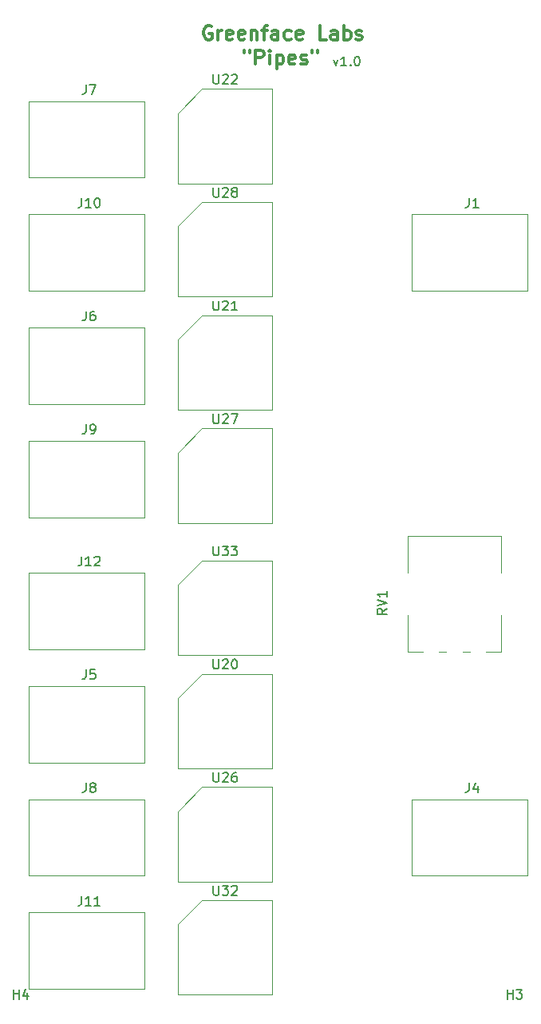
<source format=gbr>
%TF.GenerationSoftware,KiCad,Pcbnew,(6.0.1)*%
%TF.CreationDate,2023-02-18T22:08:36-08:00*%
%TF.ProjectId,pipes,70697065-732e-46b6-9963-61645f706362,rev?*%
%TF.SameCoordinates,Original*%
%TF.FileFunction,Legend,Top*%
%TF.FilePolarity,Positive*%
%FSLAX46Y46*%
G04 Gerber Fmt 4.6, Leading zero omitted, Abs format (unit mm)*
G04 Created by KiCad (PCBNEW (6.0.1)) date 2023-02-18 22:08:36*
%MOMM*%
%LPD*%
G01*
G04 APERTURE LIST*
%ADD10C,0.150000*%
%ADD11C,0.300000*%
%ADD12C,0.120000*%
G04 APERTURE END LIST*
D10*
X77171428Y-44385714D02*
X77409523Y-45052380D01*
X77647619Y-44385714D01*
X78552380Y-45052380D02*
X77980952Y-45052380D01*
X78266666Y-45052380D02*
X78266666Y-44052380D01*
X78171428Y-44195238D01*
X78076190Y-44290476D01*
X77980952Y-44338095D01*
X78980952Y-44957142D02*
X79028571Y-45004761D01*
X78980952Y-45052380D01*
X78933333Y-45004761D01*
X78980952Y-44957142D01*
X78980952Y-45052380D01*
X79647619Y-44052380D02*
X79742857Y-44052380D01*
X79838095Y-44100000D01*
X79885714Y-44147619D01*
X79933333Y-44242857D01*
X79980952Y-44433333D01*
X79980952Y-44671428D01*
X79933333Y-44861904D01*
X79885714Y-44957142D01*
X79838095Y-45004761D01*
X79742857Y-45052380D01*
X79647619Y-45052380D01*
X79552380Y-45004761D01*
X79504761Y-44957142D01*
X79457142Y-44861904D01*
X79409523Y-44671428D01*
X79409523Y-44433333D01*
X79457142Y-44242857D01*
X79504761Y-44147619D01*
X79552380Y-44100000D01*
X79647619Y-44052380D01*
D11*
X64228571Y-40850000D02*
X64085714Y-40778571D01*
X63871428Y-40778571D01*
X63657142Y-40850000D01*
X63514285Y-40992857D01*
X63442857Y-41135714D01*
X63371428Y-41421428D01*
X63371428Y-41635714D01*
X63442857Y-41921428D01*
X63514285Y-42064285D01*
X63657142Y-42207142D01*
X63871428Y-42278571D01*
X64014285Y-42278571D01*
X64228571Y-42207142D01*
X64300000Y-42135714D01*
X64300000Y-41635714D01*
X64014285Y-41635714D01*
X64942857Y-42278571D02*
X64942857Y-41278571D01*
X64942857Y-41564285D02*
X65014285Y-41421428D01*
X65085714Y-41350000D01*
X65228571Y-41278571D01*
X65371428Y-41278571D01*
X66442857Y-42207142D02*
X66300000Y-42278571D01*
X66014285Y-42278571D01*
X65871428Y-42207142D01*
X65800000Y-42064285D01*
X65800000Y-41492857D01*
X65871428Y-41350000D01*
X66014285Y-41278571D01*
X66300000Y-41278571D01*
X66442857Y-41350000D01*
X66514285Y-41492857D01*
X66514285Y-41635714D01*
X65800000Y-41778571D01*
X67728571Y-42207142D02*
X67585714Y-42278571D01*
X67300000Y-42278571D01*
X67157142Y-42207142D01*
X67085714Y-42064285D01*
X67085714Y-41492857D01*
X67157142Y-41350000D01*
X67300000Y-41278571D01*
X67585714Y-41278571D01*
X67728571Y-41350000D01*
X67800000Y-41492857D01*
X67800000Y-41635714D01*
X67085714Y-41778571D01*
X68442857Y-41278571D02*
X68442857Y-42278571D01*
X68442857Y-41421428D02*
X68514285Y-41350000D01*
X68657142Y-41278571D01*
X68871428Y-41278571D01*
X69014285Y-41350000D01*
X69085714Y-41492857D01*
X69085714Y-42278571D01*
X69585714Y-41278571D02*
X70157142Y-41278571D01*
X69800000Y-42278571D02*
X69800000Y-40992857D01*
X69871428Y-40850000D01*
X70014285Y-40778571D01*
X70157142Y-40778571D01*
X71300000Y-42278571D02*
X71300000Y-41492857D01*
X71228571Y-41350000D01*
X71085714Y-41278571D01*
X70800000Y-41278571D01*
X70657142Y-41350000D01*
X71300000Y-42207142D02*
X71157142Y-42278571D01*
X70800000Y-42278571D01*
X70657142Y-42207142D01*
X70585714Y-42064285D01*
X70585714Y-41921428D01*
X70657142Y-41778571D01*
X70800000Y-41707142D01*
X71157142Y-41707142D01*
X71300000Y-41635714D01*
X72657142Y-42207142D02*
X72514285Y-42278571D01*
X72228571Y-42278571D01*
X72085714Y-42207142D01*
X72014285Y-42135714D01*
X71942857Y-41992857D01*
X71942857Y-41564285D01*
X72014285Y-41421428D01*
X72085714Y-41350000D01*
X72228571Y-41278571D01*
X72514285Y-41278571D01*
X72657142Y-41350000D01*
X73871428Y-42207142D02*
X73728571Y-42278571D01*
X73442857Y-42278571D01*
X73300000Y-42207142D01*
X73228571Y-42064285D01*
X73228571Y-41492857D01*
X73300000Y-41350000D01*
X73442857Y-41278571D01*
X73728571Y-41278571D01*
X73871428Y-41350000D01*
X73942857Y-41492857D01*
X73942857Y-41635714D01*
X73228571Y-41778571D01*
X76442857Y-42278571D02*
X75728571Y-42278571D01*
X75728571Y-40778571D01*
X77585714Y-42278571D02*
X77585714Y-41492857D01*
X77514285Y-41350000D01*
X77371428Y-41278571D01*
X77085714Y-41278571D01*
X76942857Y-41350000D01*
X77585714Y-42207142D02*
X77442857Y-42278571D01*
X77085714Y-42278571D01*
X76942857Y-42207142D01*
X76871428Y-42064285D01*
X76871428Y-41921428D01*
X76942857Y-41778571D01*
X77085714Y-41707142D01*
X77442857Y-41707142D01*
X77585714Y-41635714D01*
X78300000Y-42278571D02*
X78300000Y-40778571D01*
X78300000Y-41350000D02*
X78442857Y-41278571D01*
X78728571Y-41278571D01*
X78871428Y-41350000D01*
X78942857Y-41421428D01*
X79014285Y-41564285D01*
X79014285Y-41992857D01*
X78942857Y-42135714D01*
X78871428Y-42207142D01*
X78728571Y-42278571D01*
X78442857Y-42278571D01*
X78300000Y-42207142D01*
X79585714Y-42207142D02*
X79728571Y-42278571D01*
X80014285Y-42278571D01*
X80157142Y-42207142D01*
X80228571Y-42064285D01*
X80228571Y-41992857D01*
X80157142Y-41850000D01*
X80014285Y-41778571D01*
X79800000Y-41778571D01*
X79657142Y-41707142D01*
X79585714Y-41564285D01*
X79585714Y-41492857D01*
X79657142Y-41350000D01*
X79800000Y-41278571D01*
X80014285Y-41278571D01*
X80157142Y-41350000D01*
X67707142Y-43378571D02*
X67707142Y-43664285D01*
X68278571Y-43378571D02*
X68278571Y-43664285D01*
X68921428Y-44878571D02*
X68921428Y-43378571D01*
X69492857Y-43378571D01*
X69635714Y-43450000D01*
X69707142Y-43521428D01*
X69778571Y-43664285D01*
X69778571Y-43878571D01*
X69707142Y-44021428D01*
X69635714Y-44092857D01*
X69492857Y-44164285D01*
X68921428Y-44164285D01*
X70421428Y-44878571D02*
X70421428Y-43878571D01*
X70421428Y-43378571D02*
X70350000Y-43450000D01*
X70421428Y-43521428D01*
X70492857Y-43450000D01*
X70421428Y-43378571D01*
X70421428Y-43521428D01*
X71135714Y-43878571D02*
X71135714Y-45378571D01*
X71135714Y-43950000D02*
X71278571Y-43878571D01*
X71564285Y-43878571D01*
X71707142Y-43950000D01*
X71778571Y-44021428D01*
X71850000Y-44164285D01*
X71850000Y-44592857D01*
X71778571Y-44735714D01*
X71707142Y-44807142D01*
X71564285Y-44878571D01*
X71278571Y-44878571D01*
X71135714Y-44807142D01*
X73064285Y-44807142D02*
X72921428Y-44878571D01*
X72635714Y-44878571D01*
X72492857Y-44807142D01*
X72421428Y-44664285D01*
X72421428Y-44092857D01*
X72492857Y-43950000D01*
X72635714Y-43878571D01*
X72921428Y-43878571D01*
X73064285Y-43950000D01*
X73135714Y-44092857D01*
X73135714Y-44235714D01*
X72421428Y-44378571D01*
X73707142Y-44807142D02*
X73850000Y-44878571D01*
X74135714Y-44878571D01*
X74278571Y-44807142D01*
X74350000Y-44664285D01*
X74350000Y-44592857D01*
X74278571Y-44450000D01*
X74135714Y-44378571D01*
X73921428Y-44378571D01*
X73778571Y-44307142D01*
X73707142Y-44164285D01*
X73707142Y-44092857D01*
X73778571Y-43950000D01*
X73921428Y-43878571D01*
X74135714Y-43878571D01*
X74278571Y-43950000D01*
X74921428Y-43378571D02*
X74921428Y-43664285D01*
X75492857Y-43378571D02*
X75492857Y-43664285D01*
D10*
%TO.C,U26*%
X64431904Y-119952380D02*
X64431904Y-120761904D01*
X64479523Y-120857142D01*
X64527142Y-120904761D01*
X64622380Y-120952380D01*
X64812857Y-120952380D01*
X64908095Y-120904761D01*
X64955714Y-120857142D01*
X65003333Y-120761904D01*
X65003333Y-119952380D01*
X65431904Y-120047619D02*
X65479523Y-120000000D01*
X65574761Y-119952380D01*
X65812857Y-119952380D01*
X65908095Y-120000000D01*
X65955714Y-120047619D01*
X66003333Y-120142857D01*
X66003333Y-120238095D01*
X65955714Y-120380952D01*
X65384285Y-120952380D01*
X66003333Y-120952380D01*
X66860476Y-119952380D02*
X66670000Y-119952380D01*
X66574761Y-120000000D01*
X66527142Y-120047619D01*
X66431904Y-120190476D01*
X66384285Y-120380952D01*
X66384285Y-120761904D01*
X66431904Y-120857142D01*
X66479523Y-120904761D01*
X66574761Y-120952380D01*
X66765238Y-120952380D01*
X66860476Y-120904761D01*
X66908095Y-120857142D01*
X66955714Y-120761904D01*
X66955714Y-120523809D01*
X66908095Y-120428571D01*
X66860476Y-120380952D01*
X66765238Y-120333333D01*
X66574761Y-120333333D01*
X66479523Y-120380952D01*
X66431904Y-120428571D01*
X66384285Y-120523809D01*
%TO.C,U27*%
X64431904Y-81952380D02*
X64431904Y-82761904D01*
X64479523Y-82857142D01*
X64527142Y-82904761D01*
X64622380Y-82952380D01*
X64812857Y-82952380D01*
X64908095Y-82904761D01*
X64955714Y-82857142D01*
X65003333Y-82761904D01*
X65003333Y-81952380D01*
X65431904Y-82047619D02*
X65479523Y-82000000D01*
X65574761Y-81952380D01*
X65812857Y-81952380D01*
X65908095Y-82000000D01*
X65955714Y-82047619D01*
X66003333Y-82142857D01*
X66003333Y-82238095D01*
X65955714Y-82380952D01*
X65384285Y-82952380D01*
X66003333Y-82952380D01*
X66336666Y-81952380D02*
X67003333Y-81952380D01*
X66574761Y-82952380D01*
%TO.C,U21*%
X64431904Y-69952380D02*
X64431904Y-70761904D01*
X64479523Y-70857142D01*
X64527142Y-70904761D01*
X64622380Y-70952380D01*
X64812857Y-70952380D01*
X64908095Y-70904761D01*
X64955714Y-70857142D01*
X65003333Y-70761904D01*
X65003333Y-69952380D01*
X65431904Y-70047619D02*
X65479523Y-70000000D01*
X65574761Y-69952380D01*
X65812857Y-69952380D01*
X65908095Y-70000000D01*
X65955714Y-70047619D01*
X66003333Y-70142857D01*
X66003333Y-70238095D01*
X65955714Y-70380952D01*
X65384285Y-70952380D01*
X66003333Y-70952380D01*
X66955714Y-70952380D02*
X66384285Y-70952380D01*
X66670000Y-70952380D02*
X66670000Y-69952380D01*
X66574761Y-70095238D01*
X66479523Y-70190476D01*
X66384285Y-70238095D01*
%TO.C,U22*%
X64431904Y-45952380D02*
X64431904Y-46761904D01*
X64479523Y-46857142D01*
X64527142Y-46904761D01*
X64622380Y-46952380D01*
X64812857Y-46952380D01*
X64908095Y-46904761D01*
X64955714Y-46857142D01*
X65003333Y-46761904D01*
X65003333Y-45952380D01*
X65431904Y-46047619D02*
X65479523Y-46000000D01*
X65574761Y-45952380D01*
X65812857Y-45952380D01*
X65908095Y-46000000D01*
X65955714Y-46047619D01*
X66003333Y-46142857D01*
X66003333Y-46238095D01*
X65955714Y-46380952D01*
X65384285Y-46952380D01*
X66003333Y-46952380D01*
X66384285Y-46047619D02*
X66431904Y-46000000D01*
X66527142Y-45952380D01*
X66765238Y-45952380D01*
X66860476Y-46000000D01*
X66908095Y-46047619D01*
X66955714Y-46142857D01*
X66955714Y-46238095D01*
X66908095Y-46380952D01*
X66336666Y-46952380D01*
X66955714Y-46952380D01*
%TO.C,RV1*%
X82822380Y-102575238D02*
X82346190Y-102908571D01*
X82822380Y-103146666D02*
X81822380Y-103146666D01*
X81822380Y-102765714D01*
X81870000Y-102670476D01*
X81917619Y-102622857D01*
X82012857Y-102575238D01*
X82155714Y-102575238D01*
X82250952Y-102622857D01*
X82298571Y-102670476D01*
X82346190Y-102765714D01*
X82346190Y-103146666D01*
X81822380Y-102289523D02*
X82822380Y-101956190D01*
X81822380Y-101622857D01*
X82822380Y-100765714D02*
X82822380Y-101337142D01*
X82822380Y-101051428D02*
X81822380Y-101051428D01*
X81965238Y-101146666D01*
X82060476Y-101241904D01*
X82108095Y-101337142D01*
%TO.C,U20*%
X64431904Y-107952380D02*
X64431904Y-108761904D01*
X64479523Y-108857142D01*
X64527142Y-108904761D01*
X64622380Y-108952380D01*
X64812857Y-108952380D01*
X64908095Y-108904761D01*
X64955714Y-108857142D01*
X65003333Y-108761904D01*
X65003333Y-107952380D01*
X65431904Y-108047619D02*
X65479523Y-108000000D01*
X65574761Y-107952380D01*
X65812857Y-107952380D01*
X65908095Y-108000000D01*
X65955714Y-108047619D01*
X66003333Y-108142857D01*
X66003333Y-108238095D01*
X65955714Y-108380952D01*
X65384285Y-108952380D01*
X66003333Y-108952380D01*
X66622380Y-107952380D02*
X66717619Y-107952380D01*
X66812857Y-108000000D01*
X66860476Y-108047619D01*
X66908095Y-108142857D01*
X66955714Y-108333333D01*
X66955714Y-108571428D01*
X66908095Y-108761904D01*
X66860476Y-108857142D01*
X66812857Y-108904761D01*
X66717619Y-108952380D01*
X66622380Y-108952380D01*
X66527142Y-108904761D01*
X66479523Y-108857142D01*
X66431904Y-108761904D01*
X66384285Y-108571428D01*
X66384285Y-108333333D01*
X66431904Y-108142857D01*
X66479523Y-108047619D01*
X66527142Y-108000000D01*
X66622380Y-107952380D01*
%TO.C,J9*%
X50916666Y-83052380D02*
X50916666Y-83766666D01*
X50869047Y-83909523D01*
X50773809Y-84004761D01*
X50630952Y-84052380D01*
X50535714Y-84052380D01*
X51440476Y-84052380D02*
X51630952Y-84052380D01*
X51726190Y-84004761D01*
X51773809Y-83957142D01*
X51869047Y-83814285D01*
X51916666Y-83623809D01*
X51916666Y-83242857D01*
X51869047Y-83147619D01*
X51821428Y-83100000D01*
X51726190Y-83052380D01*
X51535714Y-83052380D01*
X51440476Y-83100000D01*
X51392857Y-83147619D01*
X51345238Y-83242857D01*
X51345238Y-83480952D01*
X51392857Y-83576190D01*
X51440476Y-83623809D01*
X51535714Y-83671428D01*
X51726190Y-83671428D01*
X51821428Y-83623809D01*
X51869047Y-83576190D01*
X51916666Y-83480952D01*
%TO.C,U28*%
X64431904Y-57952380D02*
X64431904Y-58761904D01*
X64479523Y-58857142D01*
X64527142Y-58904761D01*
X64622380Y-58952380D01*
X64812857Y-58952380D01*
X64908095Y-58904761D01*
X64955714Y-58857142D01*
X65003333Y-58761904D01*
X65003333Y-57952380D01*
X65431904Y-58047619D02*
X65479523Y-58000000D01*
X65574761Y-57952380D01*
X65812857Y-57952380D01*
X65908095Y-58000000D01*
X65955714Y-58047619D01*
X66003333Y-58142857D01*
X66003333Y-58238095D01*
X65955714Y-58380952D01*
X65384285Y-58952380D01*
X66003333Y-58952380D01*
X66574761Y-58380952D02*
X66479523Y-58333333D01*
X66431904Y-58285714D01*
X66384285Y-58190476D01*
X66384285Y-58142857D01*
X66431904Y-58047619D01*
X66479523Y-58000000D01*
X66574761Y-57952380D01*
X66765238Y-57952380D01*
X66860476Y-58000000D01*
X66908095Y-58047619D01*
X66955714Y-58142857D01*
X66955714Y-58190476D01*
X66908095Y-58285714D01*
X66860476Y-58333333D01*
X66765238Y-58380952D01*
X66574761Y-58380952D01*
X66479523Y-58428571D01*
X66431904Y-58476190D01*
X66384285Y-58571428D01*
X66384285Y-58761904D01*
X66431904Y-58857142D01*
X66479523Y-58904761D01*
X66574761Y-58952380D01*
X66765238Y-58952380D01*
X66860476Y-58904761D01*
X66908095Y-58857142D01*
X66955714Y-58761904D01*
X66955714Y-58571428D01*
X66908095Y-58476190D01*
X66860476Y-58428571D01*
X66765238Y-58380952D01*
%TO.C,U33*%
X64431904Y-95952380D02*
X64431904Y-96761904D01*
X64479523Y-96857142D01*
X64527142Y-96904761D01*
X64622380Y-96952380D01*
X64812857Y-96952380D01*
X64908095Y-96904761D01*
X64955714Y-96857142D01*
X65003333Y-96761904D01*
X65003333Y-95952380D01*
X65384285Y-95952380D02*
X66003333Y-95952380D01*
X65670000Y-96333333D01*
X65812857Y-96333333D01*
X65908095Y-96380952D01*
X65955714Y-96428571D01*
X66003333Y-96523809D01*
X66003333Y-96761904D01*
X65955714Y-96857142D01*
X65908095Y-96904761D01*
X65812857Y-96952380D01*
X65527142Y-96952380D01*
X65431904Y-96904761D01*
X65384285Y-96857142D01*
X66336666Y-95952380D02*
X66955714Y-95952380D01*
X66622380Y-96333333D01*
X66765238Y-96333333D01*
X66860476Y-96380952D01*
X66908095Y-96428571D01*
X66955714Y-96523809D01*
X66955714Y-96761904D01*
X66908095Y-96857142D01*
X66860476Y-96904761D01*
X66765238Y-96952380D01*
X66479523Y-96952380D01*
X66384285Y-96904761D01*
X66336666Y-96857142D01*
%TO.C,H3*%
X95638095Y-143952380D02*
X95638095Y-142952380D01*
X95638095Y-143428571D02*
X96209523Y-143428571D01*
X96209523Y-143952380D02*
X96209523Y-142952380D01*
X96590476Y-142952380D02*
X97209523Y-142952380D01*
X96876190Y-143333333D01*
X97019047Y-143333333D01*
X97114285Y-143380952D01*
X97161904Y-143428571D01*
X97209523Y-143523809D01*
X97209523Y-143761904D01*
X97161904Y-143857142D01*
X97114285Y-143904761D01*
X97019047Y-143952380D01*
X96733333Y-143952380D01*
X96638095Y-143904761D01*
X96590476Y-143857142D01*
%TO.C,U32*%
X64431904Y-131952380D02*
X64431904Y-132761904D01*
X64479523Y-132857142D01*
X64527142Y-132904761D01*
X64622380Y-132952380D01*
X64812857Y-132952380D01*
X64908095Y-132904761D01*
X64955714Y-132857142D01*
X65003333Y-132761904D01*
X65003333Y-131952380D01*
X65384285Y-131952380D02*
X66003333Y-131952380D01*
X65670000Y-132333333D01*
X65812857Y-132333333D01*
X65908095Y-132380952D01*
X65955714Y-132428571D01*
X66003333Y-132523809D01*
X66003333Y-132761904D01*
X65955714Y-132857142D01*
X65908095Y-132904761D01*
X65812857Y-132952380D01*
X65527142Y-132952380D01*
X65431904Y-132904761D01*
X65384285Y-132857142D01*
X66384285Y-132047619D02*
X66431904Y-132000000D01*
X66527142Y-131952380D01*
X66765238Y-131952380D01*
X66860476Y-132000000D01*
X66908095Y-132047619D01*
X66955714Y-132142857D01*
X66955714Y-132238095D01*
X66908095Y-132380952D01*
X66336666Y-132952380D01*
X66955714Y-132952380D01*
%TO.C,J7*%
X50916666Y-47052380D02*
X50916666Y-47766666D01*
X50869047Y-47909523D01*
X50773809Y-48004761D01*
X50630952Y-48052380D01*
X50535714Y-48052380D01*
X51297619Y-47052380D02*
X51964285Y-47052380D01*
X51535714Y-48052380D01*
%TO.C,H4*%
X43238095Y-143952380D02*
X43238095Y-142952380D01*
X43238095Y-143428571D02*
X43809523Y-143428571D01*
X43809523Y-143952380D02*
X43809523Y-142952380D01*
X44714285Y-143285714D02*
X44714285Y-143952380D01*
X44476190Y-142904761D02*
X44238095Y-143619047D01*
X44857142Y-143619047D01*
%TO.C,J12*%
X50440476Y-97052380D02*
X50440476Y-97766666D01*
X50392857Y-97909523D01*
X50297619Y-98004761D01*
X50154761Y-98052380D01*
X50059523Y-98052380D01*
X51440476Y-98052380D02*
X50869047Y-98052380D01*
X51154761Y-98052380D02*
X51154761Y-97052380D01*
X51059523Y-97195238D01*
X50964285Y-97290476D01*
X50869047Y-97338095D01*
X51821428Y-97147619D02*
X51869047Y-97100000D01*
X51964285Y-97052380D01*
X52202380Y-97052380D01*
X52297619Y-97100000D01*
X52345238Y-97147619D01*
X52392857Y-97242857D01*
X52392857Y-97338095D01*
X52345238Y-97480952D01*
X51773809Y-98052380D01*
X52392857Y-98052380D01*
%TO.C,J5*%
X50916666Y-109052380D02*
X50916666Y-109766666D01*
X50869047Y-109909523D01*
X50773809Y-110004761D01*
X50630952Y-110052380D01*
X50535714Y-110052380D01*
X51869047Y-109052380D02*
X51392857Y-109052380D01*
X51345238Y-109528571D01*
X51392857Y-109480952D01*
X51488095Y-109433333D01*
X51726190Y-109433333D01*
X51821428Y-109480952D01*
X51869047Y-109528571D01*
X51916666Y-109623809D01*
X51916666Y-109861904D01*
X51869047Y-109957142D01*
X51821428Y-110004761D01*
X51726190Y-110052380D01*
X51488095Y-110052380D01*
X51392857Y-110004761D01*
X51345238Y-109957142D01*
%TO.C,J10*%
X50440476Y-59052380D02*
X50440476Y-59766666D01*
X50392857Y-59909523D01*
X50297619Y-60004761D01*
X50154761Y-60052380D01*
X50059523Y-60052380D01*
X51440476Y-60052380D02*
X50869047Y-60052380D01*
X51154761Y-60052380D02*
X51154761Y-59052380D01*
X51059523Y-59195238D01*
X50964285Y-59290476D01*
X50869047Y-59338095D01*
X52059523Y-59052380D02*
X52154761Y-59052380D01*
X52250000Y-59100000D01*
X52297619Y-59147619D01*
X52345238Y-59242857D01*
X52392857Y-59433333D01*
X52392857Y-59671428D01*
X52345238Y-59861904D01*
X52297619Y-59957142D01*
X52250000Y-60004761D01*
X52154761Y-60052380D01*
X52059523Y-60052380D01*
X51964285Y-60004761D01*
X51916666Y-59957142D01*
X51869047Y-59861904D01*
X51821428Y-59671428D01*
X51821428Y-59433333D01*
X51869047Y-59242857D01*
X51916666Y-59147619D01*
X51964285Y-59100000D01*
X52059523Y-59052380D01*
%TO.C,J4*%
X91566666Y-121052380D02*
X91566666Y-121766666D01*
X91519047Y-121909523D01*
X91423809Y-122004761D01*
X91280952Y-122052380D01*
X91185714Y-122052380D01*
X92471428Y-121385714D02*
X92471428Y-122052380D01*
X92233333Y-121004761D02*
X91995238Y-121719047D01*
X92614285Y-121719047D01*
%TO.C,J11*%
X50440476Y-133052380D02*
X50440476Y-133766666D01*
X50392857Y-133909523D01*
X50297619Y-134004761D01*
X50154761Y-134052380D01*
X50059523Y-134052380D01*
X51440476Y-134052380D02*
X50869047Y-134052380D01*
X51154761Y-134052380D02*
X51154761Y-133052380D01*
X51059523Y-133195238D01*
X50964285Y-133290476D01*
X50869047Y-133338095D01*
X52392857Y-134052380D02*
X51821428Y-134052380D01*
X52107142Y-134052380D02*
X52107142Y-133052380D01*
X52011904Y-133195238D01*
X51916666Y-133290476D01*
X51821428Y-133338095D01*
%TO.C,J1*%
X91566666Y-59052380D02*
X91566666Y-59766666D01*
X91519047Y-59909523D01*
X91423809Y-60004761D01*
X91280952Y-60052380D01*
X91185714Y-60052380D01*
X92566666Y-60052380D02*
X91995238Y-60052380D01*
X92280952Y-60052380D02*
X92280952Y-59052380D01*
X92185714Y-59195238D01*
X92090476Y-59290476D01*
X91995238Y-59338095D01*
%TO.C,J8*%
X50916666Y-121052380D02*
X50916666Y-121766666D01*
X50869047Y-121909523D01*
X50773809Y-122004761D01*
X50630952Y-122052380D01*
X50535714Y-122052380D01*
X51535714Y-121480952D02*
X51440476Y-121433333D01*
X51392857Y-121385714D01*
X51345238Y-121290476D01*
X51345238Y-121242857D01*
X51392857Y-121147619D01*
X51440476Y-121100000D01*
X51535714Y-121052380D01*
X51726190Y-121052380D01*
X51821428Y-121100000D01*
X51869047Y-121147619D01*
X51916666Y-121242857D01*
X51916666Y-121290476D01*
X51869047Y-121385714D01*
X51821428Y-121433333D01*
X51726190Y-121480952D01*
X51535714Y-121480952D01*
X51440476Y-121528571D01*
X51392857Y-121576190D01*
X51345238Y-121671428D01*
X51345238Y-121861904D01*
X51392857Y-121957142D01*
X51440476Y-122004761D01*
X51535714Y-122052380D01*
X51726190Y-122052380D01*
X51821428Y-122004761D01*
X51869047Y-121957142D01*
X51916666Y-121861904D01*
X51916666Y-121671428D01*
X51869047Y-121576190D01*
X51821428Y-121528571D01*
X51726190Y-121480952D01*
%TO.C,J6*%
X50916666Y-71052380D02*
X50916666Y-71766666D01*
X50869047Y-71909523D01*
X50773809Y-72004761D01*
X50630952Y-72052380D01*
X50535714Y-72052380D01*
X51821428Y-71052380D02*
X51630952Y-71052380D01*
X51535714Y-71100000D01*
X51488095Y-71147619D01*
X51392857Y-71290476D01*
X51345238Y-71480952D01*
X51345238Y-71861904D01*
X51392857Y-71957142D01*
X51440476Y-72004761D01*
X51535714Y-72052380D01*
X51726190Y-72052380D01*
X51821428Y-72004761D01*
X51869047Y-71957142D01*
X51916666Y-71861904D01*
X51916666Y-71623809D01*
X51869047Y-71528571D01*
X51821428Y-71480952D01*
X51726190Y-71433333D01*
X51535714Y-71433333D01*
X51440476Y-71480952D01*
X51392857Y-71528571D01*
X51345238Y-71623809D01*
D12*
%TO.C,U26*%
X60660000Y-124070000D02*
X60660000Y-131510000D01*
X60660000Y-131510000D02*
X70680000Y-131510000D01*
X70680000Y-121490000D02*
X63240000Y-121490000D01*
X70680000Y-131510000D02*
X70680000Y-121490000D01*
X63240000Y-121490000D02*
X60660000Y-124070000D01*
%TO.C,U27*%
X60660000Y-86070000D02*
X60660000Y-93510000D01*
X70680000Y-93510000D02*
X70680000Y-83490000D01*
X70680000Y-83490000D02*
X63240000Y-83490000D01*
X60660000Y-93510000D02*
X70680000Y-93510000D01*
X63240000Y-83490000D02*
X60660000Y-86070000D01*
%TO.C,U21*%
X60660000Y-74070000D02*
X60660000Y-81510000D01*
X70680000Y-81510000D02*
X70680000Y-71490000D01*
X70680000Y-71490000D02*
X63240000Y-71490000D01*
X63240000Y-71490000D02*
X60660000Y-74070000D01*
X60660000Y-81510000D02*
X70680000Y-81510000D01*
%TO.C,U22*%
X60660000Y-57510000D02*
X70680000Y-57510000D01*
X63240000Y-47490000D02*
X60660000Y-50070000D01*
X70680000Y-47490000D02*
X63240000Y-47490000D01*
X60660000Y-50070000D02*
X60660000Y-57510000D01*
X70680000Y-57510000D02*
X70680000Y-47490000D01*
%TO.C,RV1*%
X85050000Y-98775000D02*
X85050000Y-94910000D01*
X94990000Y-98775000D02*
X94990000Y-94910000D01*
X85050000Y-107150000D02*
X85050000Y-103285000D01*
X85050000Y-94910000D02*
X94990000Y-94910000D01*
X90891000Y-107150000D02*
X91650000Y-107150000D01*
X93390000Y-107150000D02*
X94990000Y-107150000D01*
X94990000Y-107150000D02*
X94990000Y-103285000D01*
X88391000Y-107150000D02*
X89150000Y-107150000D01*
X85050000Y-107150000D02*
X86649000Y-107150000D01*
%TO.C,U20*%
X70680000Y-109490000D02*
X63240000Y-109490000D01*
X60660000Y-112070000D02*
X60660000Y-119510000D01*
X70680000Y-119510000D02*
X70680000Y-109490000D01*
X63240000Y-109490000D02*
X60660000Y-112070000D01*
X60660000Y-119510000D02*
X70680000Y-119510000D01*
%TO.C,J9*%
X44870000Y-92900000D02*
X57130000Y-92900000D01*
X44870000Y-92900000D02*
X44870000Y-84800000D01*
X44870000Y-84800000D02*
X57130000Y-84800000D01*
X57130000Y-84800000D02*
X57130000Y-92900000D01*
%TO.C,U28*%
X70680000Y-59490000D02*
X63240000Y-59490000D01*
X60660000Y-69510000D02*
X70680000Y-69510000D01*
X63240000Y-59490000D02*
X60660000Y-62070000D01*
X60660000Y-62070000D02*
X60660000Y-69510000D01*
X70680000Y-69510000D02*
X70680000Y-59490000D01*
%TO.C,U33*%
X63240000Y-97490000D02*
X60660000Y-100070000D01*
X60660000Y-100070000D02*
X60660000Y-107510000D01*
X60660000Y-107510000D02*
X70680000Y-107510000D01*
X70680000Y-97490000D02*
X63240000Y-97490000D01*
X70680000Y-107510000D02*
X70680000Y-97490000D01*
%TO.C,U32*%
X60660000Y-143510000D02*
X70680000Y-143510000D01*
X70680000Y-143510000D02*
X70680000Y-133490000D01*
X70680000Y-133490000D02*
X63240000Y-133490000D01*
X60660000Y-136070000D02*
X60660000Y-143510000D01*
X63240000Y-133490000D02*
X60660000Y-136070000D01*
%TO.C,J7*%
X44870000Y-56900000D02*
X44870000Y-48800000D01*
X57130000Y-48800000D02*
X57130000Y-56900000D01*
X44870000Y-56900000D02*
X57130000Y-56900000D01*
X44870000Y-48800000D02*
X57130000Y-48800000D01*
%TO.C,J12*%
X44870000Y-106900000D02*
X57130000Y-106900000D01*
X44870000Y-98800000D02*
X57130000Y-98800000D01*
X44870000Y-106900000D02*
X44870000Y-98800000D01*
X57130000Y-98800000D02*
X57130000Y-106900000D01*
%TO.C,J5*%
X44870000Y-118900000D02*
X57130000Y-118900000D01*
X44870000Y-118900000D02*
X44870000Y-110800000D01*
X57130000Y-110800000D02*
X57130000Y-118900000D01*
X44870000Y-110800000D02*
X57130000Y-110800000D01*
%TO.C,J10*%
X44870000Y-68900000D02*
X57130000Y-68900000D01*
X44870000Y-60800000D02*
X57130000Y-60800000D01*
X44870000Y-68900000D02*
X44870000Y-60800000D01*
X57130000Y-60800000D02*
X57130000Y-68900000D01*
%TO.C,J4*%
X85520000Y-122800000D02*
X97780000Y-122800000D01*
X97780000Y-122800000D02*
X97780000Y-130900000D01*
X85520000Y-130900000D02*
X97780000Y-130900000D01*
X85520000Y-130900000D02*
X85520000Y-122800000D01*
%TO.C,J11*%
X44870000Y-142900000D02*
X57130000Y-142900000D01*
X44870000Y-142900000D02*
X44870000Y-134800000D01*
X44870000Y-134800000D02*
X57130000Y-134800000D01*
X57130000Y-134800000D02*
X57130000Y-142900000D01*
%TO.C,J1*%
X85520000Y-68900000D02*
X85520000Y-60800000D01*
X85520000Y-68900000D02*
X97780000Y-68900000D01*
X97780000Y-60800000D02*
X97780000Y-68900000D01*
X85520000Y-60800000D02*
X97780000Y-60800000D01*
%TO.C,J8*%
X44870000Y-130900000D02*
X57130000Y-130900000D01*
X44870000Y-122800000D02*
X57130000Y-122800000D01*
X44870000Y-130900000D02*
X44870000Y-122800000D01*
X57130000Y-122800000D02*
X57130000Y-130900000D01*
%TO.C,J6*%
X44870000Y-72800000D02*
X57130000Y-72800000D01*
X44870000Y-80900000D02*
X57130000Y-80900000D01*
X44870000Y-80900000D02*
X44870000Y-72800000D01*
X57130000Y-72800000D02*
X57130000Y-80900000D01*
%TD*%
M02*

</source>
